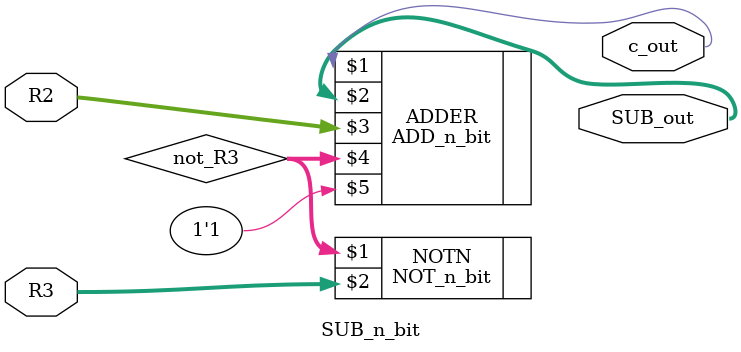
<source format=v>
`timescale 1ns / 1ps
module SUB_n_bit(c_out, SUB_out, R2, R3);

parameter	word_size = 32;		// the default size of this n bit subtractor

input		[word_size-1:0]	R2, R3;

output	[word_size-1:0]	SUB_out;
output							c_out;

wire		[word_size-1:0]	c_inner, not_R3;

NOT_n_bit	#(word_size) NOTN (not_R3, R3);

// the 2's complement of R3 is added to R2 
// the carry-in is hardwired to 1 in order to add 1 to not_R3, the 1's complement of R3 
// the c_out of the ith 1-bit full adder is the c_in of the (i+1)th full adder
ADD_n_bit 	#(word_size) ADDER	(c_out, SUB_out, R2, not_R3, 1'b1);

endmodule


</source>
